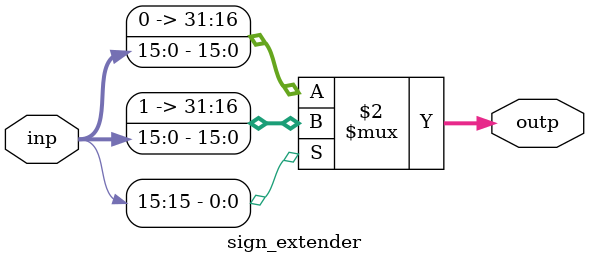
<source format=v>
module sign_extender(outp, inp);
output[31:0] outp;
input[15:0] inp;

assign outp = (inp[15]==1)? {16'hFFFF,inp} : {16'h0000,inp};

endmodule
</source>
